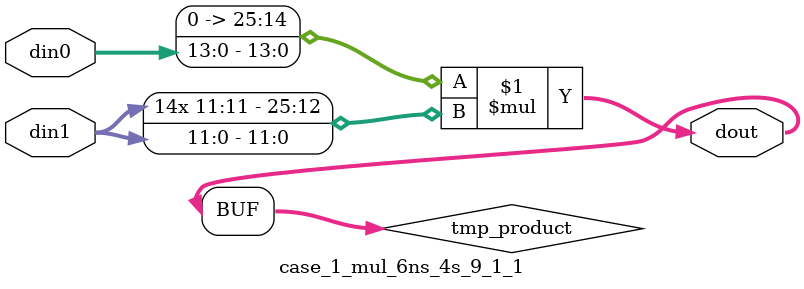
<source format=v>

`timescale 1 ns / 1 ps

 (* use_dsp = "no" *)  module case_1_mul_6ns_4s_9_1_1(din0, din1, dout);
parameter ID = 1;
parameter NUM_STAGE = 0;
parameter din0_WIDTH = 14;
parameter din1_WIDTH = 12;
parameter dout_WIDTH = 26;

input [din0_WIDTH - 1 : 0] din0; 
input [din1_WIDTH - 1 : 0] din1; 
output [dout_WIDTH - 1 : 0] dout;

wire signed [dout_WIDTH - 1 : 0] tmp_product;

























assign tmp_product = $signed({1'b0, din0}) * $signed(din1);










assign dout = tmp_product;





















endmodule

</source>
